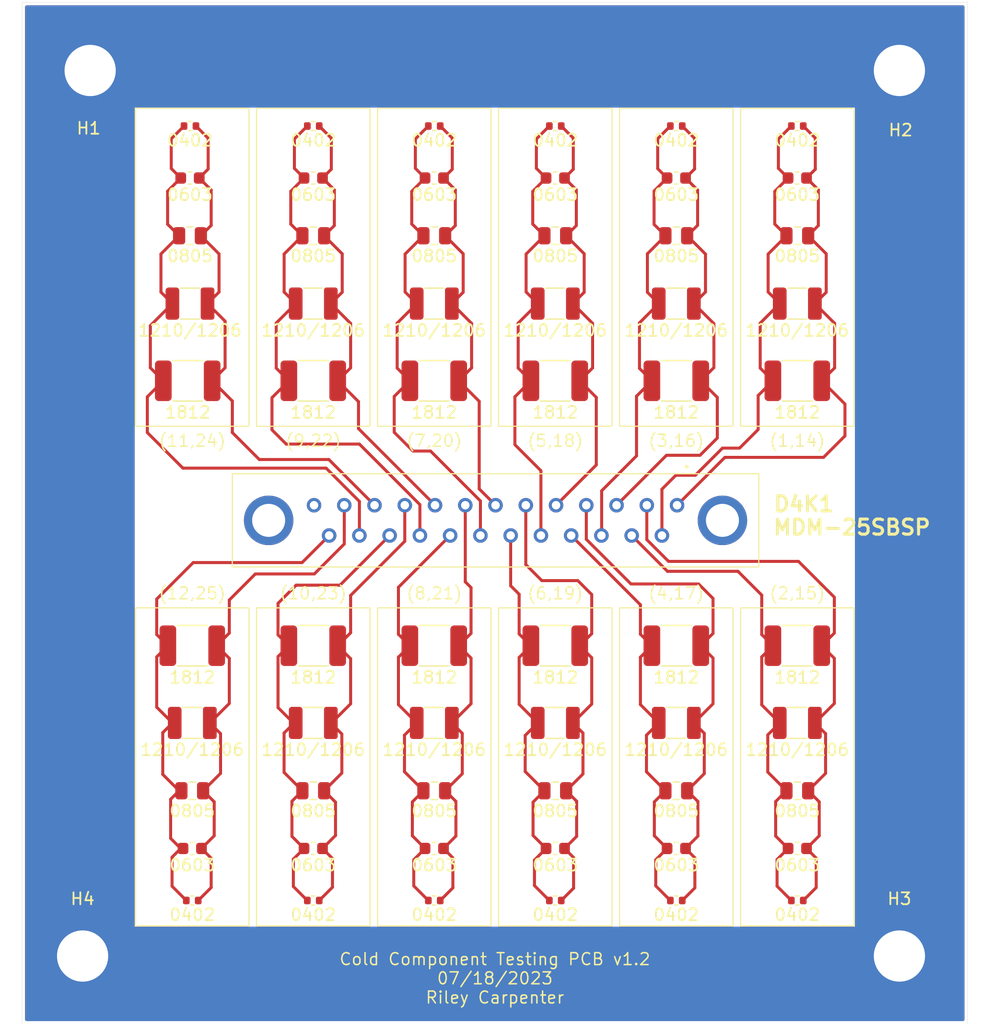
<source format=kicad_pcb>
(kicad_pcb (version 20221018) (generator pcbnew)

  (general
    (thickness 1.6)
  )

  (paper "A4")
  (layers
    (0 "F.Cu" signal)
    (31 "B.Cu" signal)
    (32 "B.Adhes" user "B.Adhesive")
    (33 "F.Adhes" user "F.Adhesive")
    (34 "B.Paste" user)
    (35 "F.Paste" user)
    (36 "B.SilkS" user "B.Silkscreen")
    (37 "F.SilkS" user "F.Silkscreen")
    (38 "B.Mask" user)
    (39 "F.Mask" user)
    (40 "Dwgs.User" user "User.Drawings")
    (41 "Cmts.User" user "User.Comments")
    (42 "Eco1.User" user "User.Eco1")
    (43 "Eco2.User" user "User.Eco2")
    (44 "Edge.Cuts" user)
    (45 "Margin" user)
    (46 "B.CrtYd" user "B.Courtyard")
    (47 "F.CrtYd" user "F.Courtyard")
    (48 "B.Fab" user)
    (49 "F.Fab" user)
    (50 "User.1" user)
    (51 "User.2" user)
    (52 "User.3" user)
    (53 "User.4" user)
    (54 "User.5" user)
    (55 "User.6" user)
    (56 "User.7" user)
    (57 "User.8" user)
    (58 "User.9" user)
  )

  (setup
    (stackup
      (layer "F.SilkS" (type "Top Silk Screen"))
      (layer "F.Paste" (type "Top Solder Paste"))
      (layer "F.Mask" (type "Top Solder Mask") (thickness 0.01))
      (layer "F.Cu" (type "copper") (thickness 0.035))
      (layer "dielectric 1" (type "core") (thickness 1.51) (material "FR4") (epsilon_r 4.5) (loss_tangent 0.02))
      (layer "B.Cu" (type "copper") (thickness 0.035))
      (layer "B.Mask" (type "Bottom Solder Mask") (thickness 0.01))
      (layer "B.Paste" (type "Bottom Solder Paste"))
      (layer "B.SilkS" (type "Bottom Silk Screen"))
      (copper_finish "None")
      (dielectric_constraints no)
    )
    (pad_to_mask_clearance 0)
    (pcbplotparams
      (layerselection 0x00010fc_ffffffff)
      (plot_on_all_layers_selection 0x0000000_00000000)
      (disableapertmacros false)
      (usegerberextensions false)
      (usegerberattributes true)
      (usegerberadvancedattributes true)
      (creategerberjobfile true)
      (dashed_line_dash_ratio 12.000000)
      (dashed_line_gap_ratio 3.000000)
      (svgprecision 4)
      (plotframeref false)
      (viasonmask false)
      (mode 1)
      (useauxorigin false)
      (hpglpennumber 1)
      (hpglpenspeed 20)
      (hpglpendiameter 15.000000)
      (dxfpolygonmode true)
      (dxfimperialunits true)
      (dxfusepcbnewfont true)
      (psnegative false)
      (psa4output false)
      (plotreference true)
      (plotvalue true)
      (plotinvisibletext false)
      (sketchpadsonfab false)
      (subtractmaskfromsilk false)
      (outputformat 1)
      (mirror false)
      (drillshape 0)
      (scaleselection 1)
      (outputdirectory "gerbers/")
    )
  )

  (net 0 "")
  (net 1 "Net-(H1-Pad1)")
  (net 2 "Net-(D4K1-Pad1)")
  (net 3 "Net-(D4K1-Pad2)")
  (net 4 "Net-(D4K1-Pad3)")
  (net 5 "Net-(D4K1-Pad4)")
  (net 6 "Net-(D4K1-Pad5)")
  (net 7 "Net-(D4K1-Pad6)")
  (net 8 "Net-(D4K1-Pad7)")
  (net 9 "Net-(D4K1-Pad8)")
  (net 10 "Net-(D4K1-Pad9)")
  (net 11 "Net-(D4K1-Pad10)")
  (net 12 "Net-(D4K1-Pad11)")
  (net 13 "Net-(D4K1-Pad12)")
  (net 14 "unconnected-(D4K1-Pad13)")
  (net 15 "Net-(D4K1-Pad14)")
  (net 16 "Net-(D4K1-Pad15)")
  (net 17 "Net-(D4K1-Pad16)")
  (net 18 "Net-(D4K1-Pad17)")
  (net 19 "Net-(D4K1-Pad18)")
  (net 20 "Net-(D4K1-Pad19)")
  (net 21 "Net-(D4K1-Pad20)")
  (net 22 "Net-(D4K1-Pad21)")
  (net 23 "Net-(D4K1-Pad22)")
  (net 24 "Net-(D4K1-Pad23)")
  (net 25 "Net-(D4K1-Pad24)")
  (net 26 "Net-(D4K1-Pad25)")
  (net 27 "unconnected-(D4K1-PadMH1)")
  (net 28 "unconnected-(D4K1-PadMH2)")

  (footprint "Hybrid_RC_Pads:RC_1210_1206_Hybrid" (layer "F.Cu") (at 258.7625 85.852))

  (footprint "Hybrid_RC_Pads:RC_0805_Hybrid" (layer "F.Cu") (at 258.7625 44.9805))

  (footprint "Hybrid_RC_Pads:RC_1210_1206_Hybrid" (layer "F.Cu") (at 228.2825 85.852))

  (footprint "Hybrid_RC_Pads:RC_1210_1206_Hybrid" (layer "F.Cu") (at 207.9625 85.852))

  (footprint "Hybrid_RC_Pads:RC_0402_Hybrid" (layer "F.Cu") (at 207.9625 100.7495))

  (footprint "Hybrid_RC_Pads:RC_0402_Hybrid" (layer "F.Cu") (at 258.7625 100.7495))

  (footprint "Hybrid_RC_Pads:RC_0402_Hybrid" (layer "F.Cu") (at 248.6025 100.7495))

  (footprint "Hybrid_RC_Pads:RC_1210_1206_Hybrid" (layer "F.Cu") (at 228.2825 50.673))

  (footprint "Hybrid_RC_Pads:RC_0603_Hybrid" (layer "F.Cu") (at 258.7625 96.387))

  (footprint "Hybrid_RC_Pads:RC_1210_1206_Hybrid" (layer "F.Cu") (at 238.4425 50.673))

  (footprint "Hybrid_RC_Pads:RC_0805_Hybrid" (layer "F.Cu") (at 238.4425 91.5445))

  (footprint "Hybrid_RC_Pads:RC_0603_Hybrid" (layer "F.Cu") (at 228.2825 40.138))

  (footprint "Hybrid_RC_Pads:RC_1812_Hybrid" (layer "F.Cu") (at 258.7625 57.15))

  (footprint "Hybrid_RC_Pads:RC_0603_Hybrid" (layer "F.Cu") (at 248.6025 40.138))

  (footprint "Hybrid_RC_Pads:RC_0402_Hybrid" (layer "F.Cu") (at 218.1225 100.7495))

  (footprint "Hybrid_RC_Pads:RC_1210_1206_Hybrid" (layer "F.Cu") (at 207.7702 50.673))

  (footprint "Hybrid_RC_Pads:RC_0603_Hybrid" (layer "F.Cu") (at 238.4425 40.138))

  (footprint "Hybrid_RC_Pads:RC_0402_Hybrid" (layer "F.Cu") (at 218.1225 35.7755))

  (footprint "Hybrid_RC_Pads:RC_1812_Hybrid" (layer "F.Cu") (at 228.2825 79.375))

  (footprint "Hybrid_RC_Pads:RC_0402_Hybrid" (layer "F.Cu") (at 248.6025 35.7755))

  (footprint "Hybrid_RC_Pads:RC_1210_1206_Hybrid" (layer "F.Cu") (at 238.4425 85.852))

  (footprint "Hybrid_RC_Pads:RC_0603_Hybrid" (layer "F.Cu") (at 248.6025 96.387))

  (footprint "Hybrid_RC_Pads:RC_0805_Hybrid" (layer "F.Cu") (at 207.772 44.9805))

  (footprint "Hybrid_RC_Pads:RC_0805_Hybrid" (layer "F.Cu") (at 238.4425 44.9805))

  (footprint "Hybrid_RC_Pads:RC_1210_1206_Hybrid" (layer "F.Cu") (at 218.1225 50.673))

  (footprint "Hybrid_RC_Pads:RC_1210_1206_Hybrid" (layer "F.Cu") (at 258.7625 50.673))

  (footprint "Hybrid_RC_Pads:RC_1210_1206_Hybrid" (layer "F.Cu") (at 248.6025 50.673))

  (footprint "Hybrid_RC_Pads:RC_0805_Hybrid" (layer "F.Cu") (at 218.1225 44.9805))

  (footprint "MountingHole:MountingHole_4.3mm_M4_ISO7380_Pad" (layer "F.Cu") (at 199.39 31.115))

  (footprint "Hybrid_RC_Pads:RC_0603_Hybrid" (layer "F.Cu") (at 228.2825 96.387))

  (footprint "Hybrid_RC_Pads:RC_1812_Hybrid" (layer "F.Cu") (at 248.6025 57.15))

  (footprint "Hybrid_RC_Pads:RC_0402_Hybrid" (layer "F.Cu") (at 238.4425 100.7495))

  (footprint "Hybrid_RC_Pads:RC_1812_Hybrid" (layer "F.Cu") (at 238.4425 79.375))

  (footprint "Hybrid_RC_Pads:RC_0603_Hybrid" (layer "F.Cu") (at 207.9625 96.387))

  (footprint "Hybrid_RC_Pads:RC_1812_Hybrid" (layer "F.Cu") (at 207.9625 79.375))

  (footprint "MountingHole:MountingHole_4.3mm_M4_ISO7380_Pad" (layer "F.Cu") (at 198.755 105.41))

  (footprint "Hybrid_RC_Pads:RC_1812_Hybrid" (layer "F.Cu") (at 218.1225 57.15))

  (footprint "MountingHole:MountingHole_4.3mm_M4_ISO7380_Pad" (layer "F.Cu") (at 267.335 105.41))

  (footprint "MountingHole:MountingHole_4.3mm_M4_ISO7380_Pad" (layer "F.Cu") (at 267.335 31.115))

  (footprint "Hybrid_RC_Pads:RC_1812_Hybrid" (layer "F.Cu") (at 218.1225 79.375))

  (footprint "Hybrid_RC_Pads:RC_0603_Hybrid" (layer "F.Cu") (at 258.7625 40.138))

  (footprint "Hybrid_RC_Pads:RC_1812_Hybrid" (layer "F.Cu") (at 228.2825 57.15))

  (footprint "Hybrid_RC_Pads:RC_0402_Hybrid" (layer "F.Cu") (at 238.4425 35.7755))

  (footprint "Hybrid_RC_Pads:RC_0805_Hybrid" (layer "F.Cu") (at 228.2825 91.5445))

  (footprint "Hybrid_RC_Pads:RC_0603_Hybrid" (layer "F.Cu") (at 218.1225 96.387))

  (footprint "Hybrid_RC_Pads:RC_0603_Hybrid" (layer "F.Cu") (at 218.1225 40.138))

  (footprint "Hybrid_RC_Pads:RC_0805_Hybrid" (layer "F.Cu") (at 248.6025 91.5445))

  (footprint "Hybrid_RC_Pads:RC_1812_Hybrid" (layer "F.Cu") (at 248.6025 79.375))

  (footprint "KiCad:MDM25SBSP" (layer "F.Cu") (at 248.666 67.5894))

  (footprint "Hybrid_RC_Pads:RC_0402_Hybrid" (layer "F.Cu") (at 228.2825 100.7495))

  (footprint "Hybrid_RC_Pads:RC_0805_Hybrid" (layer "F.Cu") (at 248.6025 44.9805))

  (footprint "Hybrid_RC_Pads:RC_0805_Hybrid" (layer "F.Cu") (at 207.9625 91.5445))

  (footprint "Hybrid_RC_Pads:RC_0402_Hybrid" (layer "F.Cu") (at 228.2825 35.7755))

  (footprint "Hybrid_RC_Pads:RC_0805_Hybrid" (layer "F.Cu") (at 218.1225 91.5445))

  (footprint "Hybrid_RC_Pads:RC_0805_Hybrid" (layer "F.Cu") (at 228.2825 44.9805))

  (footprint "Hybrid_RC_Pads:RC_0402_Hybrid" (layer "F.Cu") (at 207.772 35.7755))

  (footprint "Hybrid_RC_Pads:RC_0603_Hybrid" (layer "F.Cu") (at 238.4425 96.387))

  (footprint "Hybrid_RC_Pads:RC_0402_Hybrid" (layer "F.Cu") (at 258.7625 35.7755))

  (footprint "Hybrid_RC_Pads:RC_1210_1206_Hybrid" (layer "F.Cu") (at 218.1225 85.852))

  (footprint "Hybrid_RC_Pads:RC_1812_Hybrid" (layer "F.Cu") (at 258.7625 79.375))

  (footprint "Hybrid_RC_Pads:RC_1812_Hybrid" (layer "F.Cu") (at 207.5815 57.15))

  (footprint "Hybrid_RC_Pads:RC_1210_1206_Hybrid" (layer "F.Cu") (at 248.6025 85.852))

  (footprint "Hybrid_RC_Pads:RC_1812_Hybrid" (layer "F.Cu") (at 238.4425 57.15))

  (footprint "Hybrid_RC_Pads:RC_0805_Hybrid" (layer "F.Cu") (at 258.7625 91.5445))

  (footprint "Hybrid_RC_Pads:RC_0603_Hybrid" (layer "F.Cu") (at 207.772 40.138))

  (gr_rect (start 243.84 76.2) (end 253.365 102.87)
    (stroke (width 0.1) (type default)) (fill none) (layer "F.SilkS") (tstamp 153937da-6c68-456e-89a3-4be4801b5cee))
  (gr_rect (start 213.36 76.2) (end 222.885 102.87)
    (stroke (width 0.1) (type default)) (fill none) (layer "F.SilkS") (tstamp 1c4838b2-9341-4199-8f02-52cdf18d0e67))
  (gr_rect (start 254 76.2) (end 263.525 102.87)
    (stroke (width 0.1) (type default)) (fill none) (layer "F.SilkS") (tstamp 28ed454d-1a39-43e5-8784-a02931b05c96))
  (gr_rect (start 213.36 34.29) (end 222.885 60.96)
    (stroke (width 0.1) (type default)) (fill none) (layer "F.SilkS") (tstamp 44e4c5b1-eed2-4833-ac09-22196bfcb8e3))
  (gr_rect (start 223.52 34.29) (end 233.045 60.96)
    (stroke (width 0.1) (type default)) (fill none) (layer "F.SilkS") (tstamp 4ca1cc22-a332-4c1b-8712-9be6764be2a0))
  (gr_rect (start 233.68 76.2) (end 243.205 102.87)
    (stroke (width 0.1) (type default)) (fill none) (layer "F.SilkS") (tstamp 59be2f1a-3b8a-4bdc-9e21-53dffa961ac8))
  (gr_rect (start 233.68 34.29) (end 243.205 60.96)
    (stroke (width 0.1) (type default)) (fill none) (layer "F.SilkS") (tstamp 7e3642f7-1782-461e-bc14-4f132e86a9e1))
  (gr_rect (start 203.2 34.29) (end 212.725 60.96)
    (stroke (width 0.1) (type default)) (fill none) (layer "F.SilkS") (tstamp 8254ee14-9868-40ac-aa7c-b778ed51c958))
  (gr_rect (start 243.84 34.29) (end 253.365 60.96)
    (stroke (width 0.1) (type default)) (fill none) (layer "F.SilkS") (tstamp 82dba0c8-36ac-466d-bb64-0281445b1c90))
  (gr_rect (start 254 34.29) (end 263.525 60.96)
    (stroke (width 0.1) (type default)) (fill none) (layer "F.SilkS") (tstamp c0d94236-968d-40af-bb1c-301c9b729acf))
  (gr_rect (start 203.2 76.2) (end 212.725 102.87)
    (stroke (width 0.1) (type default)) (fill none) (layer "F.SilkS") (tstamp d08f627b-4f50-431a-a872-1fa941a28e8f))
  (gr_rect (start 223.52 76.2) (end 233.045 102.87)
    (stroke (width 0.1) (type default)) (fill none) (layer "F.SilkS") (tstamp d57de586-9806-482f-a7c5-57c9256fcbd8))
  (gr_rect (start 193.675 25.4) (end 273.05 111.125)
    (stroke (width 0.0254) (type solid)) (fill none) (layer "Edge.Cuts") (tstamp 7f2832dd-ea45-4a48-8af9-9a16b7ae397b))
  (gr_text "(12,25)" (at 207.9625 75.565) (layer "F.SilkS") (tstamp 16f427e1-e8c8-4be1-ad28-026525b0cca7)
    (effects (font (size 1 1) (thickness 0.125)) (justify bottom))
  )
  (gr_text "(2,15)\n" (at 258.7625 75.565) (layer "F.SilkS") (tstamp 1d5c4757-32dc-4ffe-8c6e-315b13d215ba)
    (effects (font (size 1 1) (thickness 0.125)) (justify bottom))
  )
  (gr_text "(4,17)" (at 248.6025 75.565) (layer "F.SilkS") (tstamp 2b6635c2-cbe7-42a2-9686-749bd4008e89)
    (effects (font (size 1 1) (thickness 0.125)) (justify bottom))
  )
  (gr_text "(8,21)\n" (at 228.2825 75.565) (layer "F.SilkS") (tstamp 3895cdfb-681c-47ce-8540-a90d6d6d5416)
    (effects (font (size 1 1) (thickness 0.125)) (justify bottom))
  )
  (gr_text "(9,22)\n" (at 218.1225 61.595) (layer "F.SilkS") (tstamp 45870234-f243-4237-9a1e-867fc8518a88)
    (effects (font (size 1 1) (thickness 0.125)) (justify top))
  )
  (gr_text "(1,14)" (at 258.7625 61.595) (layer "F.SilkS") (tstamp 4bcc953d-42b5-454b-90b4-8ca3ecb2eaa0)
    (effects (font (size 1 1) (thickness 0.125)) (justify top))
  )
  (gr_text "(3,16)\n" (at 248.6025 61.595) (layer "F.SilkS") (tstamp 5da4ce71-db28-4b15-b98d-cec16cf50eec)
    (effects (font (size 1 1) (thickness 0.125)) (justify top))
  )
  (gr_text "(10,23)\n" (at 218.1225 75.565) (layer "F.SilkS") (tstamp 5deabe0c-7962-42b5-a99a-0a4a4c83dd2b)
    (effects (font (size 1 1) (thickness 0.125)) (justify bottom))
  )
  (gr_text "(7,20)" (at 228.2825 61.595) (layer "F.SilkS") (tstamp 78a43f24-2d4a-4100-9c38-7b75ee3cb617)
    (effects (font (size 1 1) (thickness 0.125)) (justify top))
  )
  (gr_text "(11,24)\n" (at 207.9625 61.595) (layer "F.SilkS") (tstamp 85911a56-3fab-4084-ad9f-421b717c1c14)
    (effects (font (size 1 1) (thickness 0.125)) (justify top))
  )
  (gr_text "(6,19)" (at 238.4425 75.565) (layer "F.SilkS") (tstamp 874fe9f8-ebf2-46e4-9e28-4a668b6e5946)
    (effects (font (size 1 1) (thickness 0.125)) (justify bottom))
  )
  (gr_text "Cold Component Testing PCB v1.2\n07/18/2023\nRiley Carpenter\n" (at 233.375 109.475) (layer "F.SilkS") (tstamp 9b10dd48-7ee4-47c6-8f3a-6715bc5fe0db)
    (effects (font (size 1 1) (thickness 0.125)) (justify bottom))
  )
  (gr_text "(5,18)" (at 238.4425 61.595) (layer "F.SilkS") (tstamp b7af8751-c41b-4a0a-82e3-ff082273e99d)
    (effects (font (size 1 1) (thickness 0.125)) (justify top))
  )

  (segment (start 260.52745 44.12805) (end 260.52745 41.12795) (width 0.25) (layer "F.Cu") (net 2) (tstamp 197b22ba-c3bc-4e82-b304-a0062b156f40))
  (segment (start 261.18785 49.72265) (end 261.18785 46.49335) (width 0.25) (layer "F.Cu") (net 2) (tstamp 1a815b09-efd4-4302-a677-472b1c52b231))
  (segment (start 262.763 59.1005) (end 260.8125 57.15) (width 0.25) (layer "F.Cu") (net 2) (tstamp 1db706c1-f6f1-4a2b-81ef-f9842431ec8d))
  (segment (start 252.6804 63.575) (end 260.9608 63.575) (width 0.25) (layer "F.Cu") (net 2) (tstamp 23baf950-9f01-44d2-95e8-3e7e5dfc4037))
  (segment (start 260.2375 50.673) (end 261.18785 49.72265) (width 0.25) (layer "F.Cu") (net 2) (tstamp 2dbb7742-ecc7-4604-89f6-915d65c27646))
  (segment (start 260.27345 36.78645) (end 259.2625 35.7755) (width 0.25) (layer "F.Cu") (net 2) (tstamp 38648f4f-497d-4144-8360-658fee0be9b0))
  (segment (start 260.52745 41.12795) (end 259.5375 40.138) (width 0.25) (layer "F.Cu") (net 2) (tstamp 39bed414-3c17-4778-b08e-9878e251020f))
  (segment (start 248.666 67.5894) (end 252.6804 63.575) (width 0.25) (layer "F.Cu") (net 2) (tstamp 43f6c399-ed26-49e1-afe2-94251121974e))
  (segment (start 260.27345 39.40205) (end 260.27345 36.78645) (width 0.25) (layer "F.Cu") (net 2) (tstamp 5ca04bf6-1629-4389-8372-801ad630af3b))
  (segment (start 261.18785 46.49335) (end 259.675 44.9805) (width 0.25) (layer "F.Cu") (net 2) (tstamp 6a5b53c7-9033-4c15-9c9e-034a5e7c3e71))
  (segment (start 260.9608 63.575) (end 262.763 61.7728) (width 0.25) (layer "F.Cu") (net 2) (tstamp 7c283997-e97c-453a-a4e0-6aa939c219f9))
  (segment (start 260.8125 57.15) (end 261.89505 56.06745) (width 0.25) (layer "F.Cu") (net 2) (tstamp a8d8ed25-ac33-49b8-b544-854ab253eadc))
  (segment (start 259.5375 40.138) (end 260.27345 39.40205) (width 0.25) (layer "F.Cu") (net 2) (tstamp b29e0d9e-c7e8-428f-b2f3-e1bfed24ff64))
  (segment (start 261.89505 56.06745) (end 261.89505 52.33055) (width 0.25) (layer "F.Cu") (net 2) (tstamp bc0e7440-c3e8-4193-bbd4-c83d36eed94b))
  (segment (start 261.89505 52.33055) (end 260.2375 50.673) (width 0.25) (layer "F.Cu") (net 2) (tstamp c388632e-ba9a-4dae-b58c-86dc525b646a))
  (segment (start 262.763 61.7728) (end 262.763 59.1005) (width 0.25) (layer "F.Cu") (net 2) (tstamp d130eacb-027d-4e57-8eb7-0a5903c2fe4d))
  (segment (start 259.675 44.9805) (end 260.52745 44.12805) (width 0.25) (layer "F.Cu") (net 2) (tstamp e3176ad4-038b-41f6-ae66-dc196a9146c8))
  (segment (start 247.95 72.3) (end 258.863 72.3) (width 0.25) (layer "F.Cu") (net 3) (tstamp 0f43e67c-c610-4290-b3b7-e3cd73618b9f))
  (segment (start 258.863 72.3) (end 261.87165 75.30865) (width 0.25) (layer "F.Cu") (net 3) (tstamp 1a150d7e-7caa-449b-9233-01896b599c4b))
  (segment (start 261.87165 80.43415) (end 260.8125 79.375) (width 0.25) (layer "F.Cu") (net 3) (tstamp 280b5292-d52f-4d4e-9bea-bc404af03daa))
  (segment (start 246.126 67.5894) (end 246.126 70.476) (width 0.25) (layer "F.Cu") (net 3) (tstamp 414b9351-fc21-4608-bbe9-a380eb07ae46))
  (segment (start 259.2625 100.7495) (end 260.34765 99.66435) (width 0.25) (layer "F.Cu") (net 3) (tstamp 4c7181f5-ccc6-44f1-8e4c-10c749274f17))
  (segment (start 260.60165 92.47115) (end 259.675 91.5445) (width 0.25) (layer "F.Cu") (net 3) (tstamp 50cb4a87-b829-4bb0-8519-9fd408c115ab))
  (segment (start 261.87165 78.31585) (end 260.8125 79.375) (width 0.25) (layer "F.Cu") (net 3) (tstamp 7b6fa346-2696-454b-a5ba-94262d3d2678))
  (segment (start 260.60165 95.32285) (end 260.60165 92.47115) (width 0.25) (layer "F.Cu") (net 3) (tstamp 84d7f8ef-c9c3-4dba-8c59-386870e06cde))
  (segment (start 260.34765 99.66435) (end 260.34765 97.19715) (width 0.25) (layer "F.Cu") (net 3) (tstamp 859c8107-6ef8-41e1-ac20-c91b475b4fb5))
  (segment (start 261.87165 75.30865) (end 261.87165 78.31585) (width 0.25) (layer "F.Cu") (net 3) (tstamp 8b908c5b-7b16-4e97-85d7-758fab843fcc))
  (segment (start 259.675 91.5445) (end 261.13505 90.08445) (width 0.25) (layer "F.Cu") (net 3) (tstamp 99db4913-5c84-441b-b6e6-205c79d78ddc))
  (segment (start 260.2375 85.852) (end 261.87165 84.21785) (width 0.25) (layer "F.Cu") (net 3) (tstamp bb2007f7-a695-4104-863a-67ffd26c72b4))
  (segment (start 261.13505 86.74955) (end 260.2375 85.852) (width 0.25) (layer "F.Cu") (net 3) (tstamp bef13430-7e4c-447c-ad57-99ad170a0bea))
  (segment (start 261.87165 84.21785) (end 261.87165 80.43415) (width 0.25) (layer "F.Cu") (net 3) (tstamp c709cf16-c64b-405f-bda0-2c13d8881201))
  (segment (start 260.34765 97.19715) (end 259.5375 96.387) (width 0.25) (layer "F.Cu") (net 3) (tstamp d4524b1c-4b49-4b4a-bedb-aa70253de2da))
  (segment (start 246.126 70.476) (end 247.95 72.3) (width 0.25) (layer "F.Cu") (net 3) (tstamp d957c5bd-decf-47f5-9381-42a2f2bf687a))
  (segment (start 261.13505 90.08445) (end 261.13505 86.74955) (width 0.25) (layer "F.Cu") (net 3) (tstamp f30c15e7-dd8c-4f21-8818-6562acb96030))
  (segment (start 259.5375 96.387) (end 260.60165 95.32285) (width 0.25) (layer "F.Cu") (net 3) (tstamp f69012d3-2774-4c68-a73e-08f77d53512d))
  (segment (start 250.1385 39.377) (end 250.1385 36.8115) (width 0.25) (layer "F.Cu") (net 4) (tstamp 040247f0-c19b-4921-811e-788e40328d33))
  (segment (start 243.586 67.5894) (end 247.777 63.3984) (width 0.25) (layer "F.Cu") (net 4) (tstamp 1d39c5c6-e868-4722-9392-127cb5564dc5))
  (segment (start 250.6525 57.15) (end 251.7601 56.0424) (width 0.25) (layer "F.Cu") (net 4) (tstamp 2886bbc5-4972-4197-b53d-0107d8563c0c))
  (segment (start 249.3775 40.138) (end 250.1385 39.377) (width 0.25) (layer "F.Cu") (net 4) (tstamp 2a1be731-1123-4222-9ef2-7d3b041e994b))
  (segment (start 247.777 63.3984) (end 250.5964 63.3984) (width 0.25) (layer "F.Cu") (net 4) (tstamp 3641f3b7-3e3e-4929-9da9-f6ab2e10f8d9))
  (segment (start 250.0775 50.673) (end 251.0529 49.6976) (width 0.25) (layer "F.Cu") (net 4) (tstamp 5db98cfb-1ed1-4102-869f-02641312c841))
  (segment (start 251.7601 52.3556) (end 250.0775 50.673) (width 0.25) (layer "F.Cu") (net 4) (tstamp 605f0790-fccc-4f7d-81cd-8413c11ac4b4))
  (segment (start 250.5964 63.3984) (end 252.0442 61.9506) (width 0.25) (layer "F.Cu") (net 4) (tstamp 6d90acf8-05c9-4543-8f6a-550dd75c437b))
  (segment (start 250.1385 36.8115) (end 249.1025 35.7755) (width 0.25) (layer "F.Cu") (net 4) (tstamp 71c763d4-9542-4870-b546-bf8b0c925707))
  (segment (start 251.7601 56.0424) (end 251.7601 52.3556) (width 0.25) (layer "F.Cu") (net 4) (tstamp 7246e5fb-9c46-4b26-a3a1-14472ab14adf))
  (segment (start 251.0529 46.5184) (end 249.515 44.9805) (width 0.25) (layer "F.Cu") (net 4) (tstamp 822dfb01-b536-47f9-8591-4eb919c1ab4b))
  (segment (start 252.0442 61.9506) (end 252.0442 58.5417) (width 0.25) (layer "F.Cu") (net 4) (tstamp 923e8b59-5699-4985-89ba-83859a48891a))
  (segment (start 250.3925 44.103) (end 250.3925 41.153) (width 0.25) (layer "F.Cu") (net 4) (tstamp b35f297a-469b-4ff5-b09f-a066a3ee69b3))
  (segment (start 249.515 44.9805) (end 250.3925 44.103) (width 0.25) (layer "F.Cu") (net 4) (tstamp c09673ee-9cb1-454b-b11a-99dbecec337b))
  (segment (start 250.3925 41.153) (end 249.3775 40.138) (width 0.25) (layer "F.Cu") (net 4) (tstamp ece8b5c8-a836-4d44-85d1-2f9d904bec8b))
  (segment (start 252.0442 58.5417) (end 250.6525 57.15) (width 0.25) (layer "F.Cu") (net 4) (tstamp f07edfdd-3584-4c0f-994c-7f81a643dd86))
  (segment (start 251.0529 49.6976) (end 251.0529 46.5184) (width 0.25) (layer "F.Cu") (net 4) (tstamp f490ee11-a726-4231-9559-8c6a68d806cb))
  (segment (start 241.046 70.446) (end 244.7934 74.1934) (width 0.25) (layer "F.Cu") (net 5) (tstamp 0a1ee124-d4ad-42f5-8725-f96b2eccc246))
  (segment (start 250.94965 86.72415) (end 250.0775 85.852) (width 0.25) (layer "F.Cu") (net 5) (tstamp 0e2c3b1c-6ef9-4446-acfe-18dbb8d4d4e7))
  (segment (start 251.68625 75.41025) (end 251.68625 78.34125) (width 0.25) (layer "F.Cu") (net 5) (tstamp 1244e6e4-f023-4a10-873e-cd9d988d1550))
  (segment (start 249.3775 96.387) (end 250.41625 95.34825) (width 0.25) (layer "F.Cu") (net 5) (tstamp 126255c9-a80b-4acd-8f69-6c34d2cadcb3))
  (segment (start 250.16225 97.17175) (end 249.3775 96.387) (width 0.25) (layer "F.Cu") (net 5) (tstamp 2cc4ddc4-0a3f-43c4-b68c-73d8cfbf32fd))
  (segment (start 250.41625 92.44575) (end 249.515 91.5445) (width 0.25) (layer "F.Cu") (net 5) (tstamp 40743778-d98f-4b2a-8f71-3085bc4f9ebc))
  (segment (start 249.515 91.5445) (end 250.94965 90.10985) (width 0.25) (layer "F.Cu") (net 5) (tstamp 47b7e771-70d3-4454-9b58-7afdabc76a2e))
  (segment (start 244.7934 74.1934) (end 250.4694 74.1934) (width 0.25) (layer "F.Cu") (net 5) (tstamp 61332ab1-6751-4dfc-ad16-9242995c9056))
  (segment (start 251.68625 84.24325) (end 251.68625 80.40875) (width 0.25) (layer "F.Cu") (net 5) (tstamp 716bcefc-fc19-4249-b15d-c8c6f37ed6e6))
  (segment (start 251.68625 78.34125) (end 250.6525 79.375) (width 0.25) (layer "F.Cu") (net 5) (tstamp 72e8efea-2ebd-4b54-9190-63aa66929517))
  (segment (start 250.0775 85.852) (end 251.68625 84.24325) (width 0.25) (layer "F.Cu") (net 5) (tstamp 7bc352a8-6be3-4cda-b6f8-36a0e4699dba))
  (segment (start 250.16225 99.68975) (end 250.16225 97.17175) (width 0.25) (layer "F.Cu") (net 5) (tstamp 8565bf53-e17f-48b3-9dd7-7a096e6887f7))
  (segment (start 251.68625 80.40875) (end 250.6525 79.375) (width 0.25) (layer "F.Cu") (net 5) (tstamp a031a393-94f6-46ac-bb5b-54107ed2b8dc))
  (segment (start 250.4694 74.1934) (end 251.68625 75.41025) (width 0.25) (layer "F.Cu") (net 5) (tstamp ac1f0fa9-58a7-4ee3-8236-d540cd926118))
  (segment (start 250.94965 90.10985) (end 250.94965 86.72415) (width 0.25) (layer "F.Cu") (net 5) (tstamp c539b764-28f2-48d6-b558-1e34a3dee15b))
  (segment (start 250.41625 95.34825) (end 250.41625 92.44575) (width 0.25) (layer "F.Cu") (net 5) (tstamp c67c0d47-824d-4f1d-b6be-79e089fc284f))
  (segment (start 249.1025 100.7495) (end 250.16225 99.68975) (width 0.25) (layer "F.Cu") (net 5) (tstamp d96b1189-617e-4976-9655-978ab387f848))
  (segment (start 241.046 67.5894) (end 241.046 70.446) (width 0.25) (layer "F.Cu") (net 5) (tstamp e23b4503-84a1-4f41-8626-bde814e2352f))
  (segment (start 239.355 44.9805) (end 240.20745 44.12805) (width 0.25) (layer "F.Cu") (net 6) (tstamp 1386bd59-8deb-46e0-9d8a-2df6677229f9))
  (segment (start 240.86785 49.72265) (end 240.86785 46.49335) (width 0.25) (layer "F.Cu") (net 6) (tstamp 3dce5fc2-512d-404c-b24f-30dd323654fa))
  (segment (start 241.8842 64.2112) (end 241.8842 58.5417) (width 0.25) (layer "F.Cu") (net 6) (tstamp 46c25ecc-92aa-4737-b0c9-4752abb89891))
  (segment (start 239.2175 40.138) (end 239.95345 39.40205) (width 0.25) (layer "F.Cu") (net 6) (tstamp 4b8b053e-3921-4461-8e64-4afbca8709d2))
  (segment (start 239.95345 36.78645) (end 238.9425 35.7755) (width 0.25) (layer "F.Cu") (net 6) (tstamp 72cd77ac-32d8-4599-84db-f7d45989bd33))
  (segment (start 241.57505 56.06745) (end 241.57505 52.33055) (width 0.25) (layer "F.Cu") (net 6) (tstamp 92c81cbc-74f5-4dd0-b335-4ef9c3015c27))
  (segment (start 239.95345 39.40205) (end 239.95345 36.78645) (width 0.25) (layer "F.Cu") (net 6) (tstamp 93962f8d-29bc-4ad0-8084-26d2188c94ed))
  (segment (start 240.20745 41.12795) (end 239.2175 40.138) (width 0.25) (layer "F.Cu") (net 6) (tstamp a46f45c1-e3e0-45dd-9eb1-7fa4627e7165))
  (segment (start 241.57505 52.33055) (end 239.9175 50.673) (width 0.25) (layer "F.Cu") (net 6) (tstamp b4cb8154-090f-4d7b-a043-1b12b60c347e))
  (segment (start 238.506 67.5894) (end 241.8842 64.2112) (width 0.25) (layer "F.Cu") (net 6) (tstamp c066349c-293a-4f5c-af34-b6d5fb144d7e))
  (segment (start 240.86785 46.49335) (end 239.355 44.9805) (width 0.25) (
... [49129 chars truncated]
</source>
